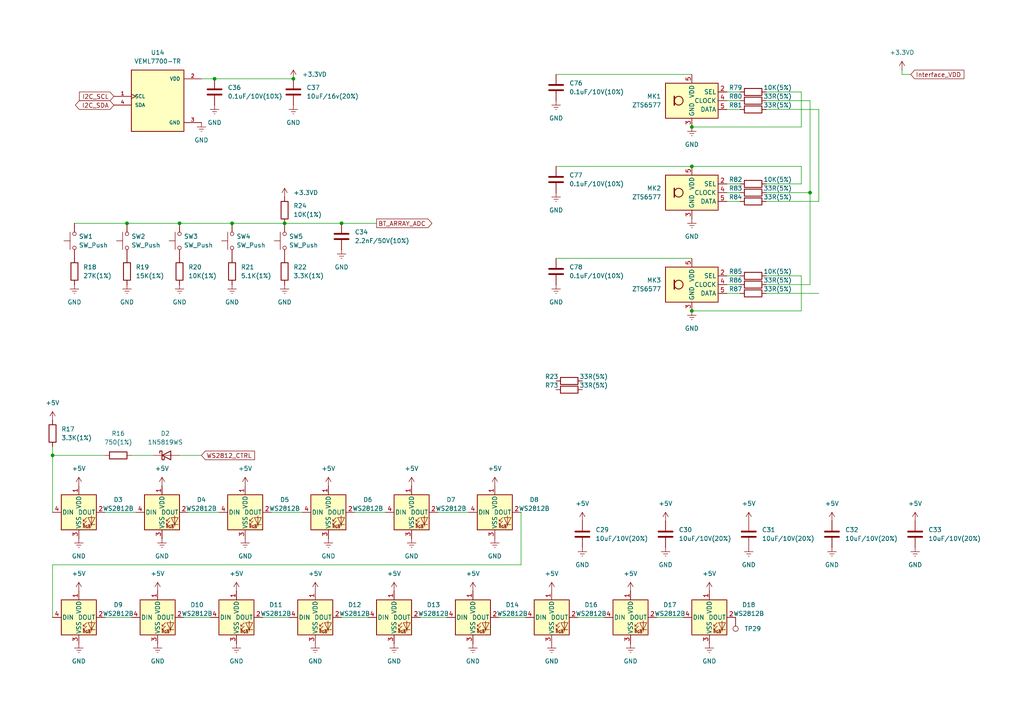
<source format=kicad_sch>
(kicad_sch (version 20231120) (generator "eeschema") (generator_version "8.0")
  (paper "A4")
  (lib_symbols
    (symbol "Connector:TestPoint" (pin_numbers hide) (pin_names (offset 0.762) hide)
      (property "Reference" "TP" (at 0 6.858 0))
      (property "Value" "TestPoint" (at 0 5.08 0))
      (symbol "TestPoint_0_1"
        (circle (center 0 3.302) (radius 0.762))
      )
      (symbol "TestPoint_1_1"
        (pin passive line (at 0 0 90) (length 2.54) (name "1") (number "1"))
      )
    )
    (symbol "Device:C" (pin_numbers hide) (pin_names (offset 0.254))
      (property "Reference" "C" (at 0.635 2.54 0))
      (property "Value" "C" (at 0.635 -2.54 0))
      (symbol "C_0_1"
        (polyline (pts (xy -2.032 -0.762) (xy 2.032 -0.762)) (stroke (width 0.508)))
        (polyline (pts (xy -2.032 0.762) (xy 2.032 0.762)) (stroke (width 0.508)))
      )
      (symbol "C_1_1"
        (pin passive line (at 0 3.81 270) (length 2.794) (name "~") (number "1"))
        (pin passive line (at 0 -3.81 90) (length 2.794) (name "~") (number "2"))
      )
    )
    (symbol "Device:R" (pin_numbers hide) (pin_names (offset 0))
      (property "Reference" "R" (at 2.032 0 90))
      (property "Value" "R" (at 0 0 90))
      (symbol "R_0_1"
        (rectangle (start -1.016 -2.54) (end 1.016 2.54) (stroke (width 0.254)))
      )
      (symbol "R_1_1"
        (pin passive line (at 0 3.81 270) (length 1.27) (name "~") (number "1"))
        (pin passive line (at 0 -3.81 90) (length 1.27) (name "~") (number "2"))
      )
    )
    (symbol "Diode:1N5819WS" (pin_numbers hide) (pin_names (offset 1.016) hide)
      (property "Reference" "D" (at 0 2.54 0))
      (property "Value" "1N5819WS" (at 0 -2.54 0))
      (symbol "1N5819WS_0_1"
        (polyline (pts (xy 1.27 0) (xy -1.27 0)))
        (polyline (pts (xy 1.27 1.27) (xy 1.27 -1.27) (xy -1.27 0) (xy 1.27 1.27)) (stroke (width 0.254)))
        (polyline (pts (xy -1.905 0.635) (xy -1.905 1.27) (xy -1.27 1.27) (xy -1.27 -1.27) (xy -0.635 -1.27) (xy -0.635 -0.635)) (stroke (width 0.254)))
      )
      (symbol "1N5819WS_1_1"
        (pin passive line (at -3.81 0 0) (length 2.54) (name "K") (number "1"))
        (pin passive line (at 3.81 0 180) (length 2.54) (name "A") (number "2"))
      )
    )
    (symbol "LED:WS2812B" (pin_names (offset 0.254))
      (property "Reference" "D" (at 5.08 5.715 0))
      (property "Value" "WS2812B" (at 1.27 -5.715 0))
      (symbol "WS2812B_0_0"
        (text "RGB" (at 2.286 -4.191 0) (effects (font (size 0.762 0.762))))
      )
      (symbol "WS2812B_0_1"
        (polyline (pts (xy 1.27 -3.556) (xy 1.778 -3.556)))
        (polyline (pts (xy 1.27 -2.54) (xy 1.778 -2.54)))
        (polyline (pts (xy 4.699 -3.556) (xy 2.667 -3.556)))
        (polyline (pts (xy 2.286 -2.54) (xy 1.27 -3.556) (xy 1.27 -3.048)))
        (polyline (pts (xy 2.286 -1.524) (xy 1.27 -2.54) (xy 1.27 -2.032)))
        (polyline (pts (xy 3.683 -1.016) (xy 3.683 -3.556) (xy 3.683 -4.064)))
        (polyline (pts (xy 4.699 -1.524) (xy 2.667 -1.524) (xy 3.683 -3.556) (xy 4.699 -1.524)))
        (rectangle (start 5.08 5.08) (end -5.08 -5.08) (stroke (width 0.254)) (fill (type background)))
      )
      (symbol "WS2812B_1_1"
        (pin power_in line (at 0 7.62 270) (length 2.54) (name "VDD") (number "1"))
        (pin output line (at 7.62 0 180) (length 2.54) (name "DOUT") (number "2"))
        (pin power_in line (at 0 -7.62 90) (length 2.54) (name "VSS") (number "3"))
        (pin input line (at -7.62 0 0) (length 2.54) (name "DIN") (number "4"))
      )
    )
    (symbol "Switch:SW_Push" (pin_numbers hide) (pin_names (offset 1.016) hide)
      (property "Reference" "SW" (at 1.27 2.54 0))
      (property "Value" "SW_Push" (at 0 -1.524 0))
      (symbol "SW_Push_0_1"
        (circle (center -2.032 0) (radius 0.508))
        (polyline (pts (xy 0 1.27) (xy 0 3.048)))
        (polyline (pts (xy 2.54 1.27) (xy -2.54 1.27)))
        (circle (center 2.032 0) (radius 0.508))
        (pin passive line (at -5.08 0 0) (length 2.54) (name "1") (number "1"))
        (pin passive line (at 5.08 0 180) (length 2.54) (name "2") (number "2"))
      )
    )
    (symbol "VEML7700-TR:VEML7700-TR" (pin_names (offset 1.016))
      (property "Reference" "U" (at -7.62 10.795 0))
      (property "Value" "VEML7700-TR" (at -7.62 -10.16 0))
      (symbol "VEML7700-TR_0_0"
        (rectangle (start -7.62 10.16) (end 7.62 -7.62) (stroke (width 0.254)) (fill (type background)))
        (pin input clock (at -12.7 2.54 0) (length 5.08) (name "SCL") (number "1"))
        (pin power_in line (at 12.7 7.62 180) (length 5.08) (name "VDD") (number "2"))
        (pin power_in line (at 12.7 -5.08 180) (length 5.08) (name "GND") (number "3"))
        (pin bidirectional line (at -12.7 0 0) (length 5.08) (name "SDA") (number "4"))
      )
    )
    (symbol "ZILLTEK ZTS6577:ZTS6577"
      (property "Reference" "MK" (at 5.08 6.35 0))
      (property "Value" "ZTS6577" (at 8.89 -6.35 0))
      (symbol "ZTS6577_1_1"
        (rectangle (start -7.62 5.08) (end 7.62 -5.08) (stroke (width 0.254)) (fill (type background)))
        (circle (center -3.81 0) (radius 1.27) (stroke (width 0.254)))
        (polyline (pts (xy -5.08 1.27) (xy -5.08 -1.27)) (stroke (width 0.381)))
        (pin input line (at 10.16 2.54 180) (length 2.54) (name "SEL") (number "2"))
        (pin power_in line (at 0 -7.62 90) (length 2.54) (name "GND") (number "3"))
        (pin input line (at 10.16 0 180) (length 2.54) (name "CLOCK") (number "4"))
        (pin output line (at 10.16 -2.54 180) (length 2.54) (name "DATA") (number "5"))
        (pin power_in line (at 0 7.62 270) (length 2.54) (name "VDD") (number "5"))
      )
    )
    (symbol "power:+3.3V" (power) (pin_numbers hide) (pin_names (offset 0) hide)
      (property "Value" "+3.3V" (at 0 3.556 0))
      (symbol "+3.3V_0_1"
        (polyline (pts (xy -0.762 1.27) (xy 0 2.54)))
        (polyline (pts (xy 0 0) (xy 0 2.54)))
        (polyline (pts (xy 0 2.54) (xy 0.762 1.27)))
      )
      (symbol "+3.3V_1_1"
        (pin power_in line (at 0 0 90) (length 0) (name "~") (number "1"))
      )
    )
    (symbol "power:+3.3VA" (power) (pin_numbers hide) (pin_names (offset 0) hide)
      (property "Value" "+3.3VA" (at 0 3.556 0))
      (symbol "+3.3VA_0_1"
        (polyline (pts (xy -0.762 1.27) (xy 0 2.54)))
        (polyline (pts (xy 0 0) (xy 0 2.54)))
        (polyline (pts (xy 0 2.54) (xy 0.762 1.27)))
      )
      (symbol "+3.3VA_1_1"
        (pin power_in line (at 0 0 90) (length 0) (name "~") (number "1"))
      )
    )
    (symbol "power:+5V" (power) (pin_numbers hide) (pin_names (offset 0) hide)
      (property "Value" "+5V" (at 0 3.556 0))
      (symbol "+5V_0_1"
        (polyline (pts (xy -0.762 1.27) (xy 0 2.54)))
        (polyline (pts (xy 0 0) (xy 0 2.54)))
        (polyline (pts (xy 0 2.54) (xy 0.762 1.27)))
      )
      (symbol "+5V_1_1"
        (pin power_in line (at 0 0 90) (length 0) (name "~") (number "1"))
      )
    )
    (symbol "power:Earth" (power) (pin_numbers hide) (pin_names (offset 0) hide)
      (property "Value" "Earth" (at 0 -3.81 0))
      (symbol "Earth_0_1"
        (polyline (pts (xy -0.635 -1.905) (xy 0.635 -1.905)))
        (polyline (pts (xy -0.127 -2.54) (xy 0.127 -2.54)))
        (polyline (pts (xy 0 -1.27) (xy 0 0)))
        (polyline (pts (xy 1.27 -1.27) (xy -1.27 -1.27)))
      )
      (symbol "Earth_1_1"
        (pin power_in line (at 0 0 270) (length 0) (name "~") (number "1"))
      )
    )
  )
  (junction (at 200.66 48.26))
  (junction (at 200.66 36.83))
  (junction (at 52.07 64.77))
  (junction (at 200.66 90.17))
  (junction (at 15.24 132.08))
  (junction (at 234.95 55.88))
  (junction (at 67.31 64.77))
  (junction (at 36.83 64.77))
  (junction (at 82.55 64.77))
  (junction (at 99.06 64.77))
  (junction (at 85.09 22.86))
  (junction (at 62.23 22.86))
  (wire (pts (xy 190.5 179.07) (xy 198.12 179.07)))
  (wire (pts (xy 232.41 80.01) (xy 232.41 90.17)))
  (wire (pts (xy 62.23 22.86) (xy 58.42 22.86)))
  (wire (pts (xy 214.63 31.75) (xy 210.82 31.75)))
  (wire (pts (xy 144.78 179.07) (xy 152.4 179.07)))
  (wire (pts (xy 36.83 64.77) (xy 52.07 64.77)))
  (wire (pts (xy 261.62 20.32) (xy 261.62 21.59)))
  (wire (pts (xy 21.59 64.77) (xy 36.83 64.77)))
  (wire (pts (xy 78.74 148.59) (xy 87.63 148.59)))
  (wire (pts (xy 214.63 29.21) (xy 210.82 29.21)))
  (wire (pts (xy 99.06 64.77) (xy 109.22 64.77)))
  (wire (pts (xy 222.25 29.21) (xy 234.95 29.21)))
  (wire (pts (xy 232.41 90.17) (xy 200.66 90.17)))
  (wire (pts (xy 161.29 21.59) (xy 200.66 21.59)))
  (wire (pts (xy 234.95 82.55) (xy 234.95 55.88)))
  (wire (pts (xy 210.82 53.34) (xy 214.63 53.34)))
  (wire (pts (xy 210.82 26.67) (xy 214.63 26.67)))
  (wire (pts (xy 15.24 132.08) (xy 30.48 132.08)))
  (wire (pts (xy 261.62 21.59) (xy 264.16 21.59)))
  (wire (pts (xy 52.07 64.77) (xy 67.31 64.77)))
  (wire (pts (xy 63.5 148.59) (xy 54.61 148.59)))
  (wire (pts (xy 222.25 58.42) (xy 237.49 58.42)))
  (wire (pts (xy 232.41 53.34) (xy 232.41 48.26)))
  (wire (pts (xy 234.95 29.21) (xy 234.95 55.88)))
  (wire (pts (xy 214.63 58.42) (xy 210.82 58.42)))
  (wire (pts (xy 38.1 179.07) (xy 30.48 179.07)))
  (wire (pts (xy 237.49 58.42) (xy 237.49 31.75)))
  (wire (pts (xy 102.87 148.59) (xy 111.76 148.59)))
  (wire (pts (xy 161.29 74.93) (xy 200.66 74.93)))
  (wire (pts (xy 222.25 26.67) (xy 232.41 26.67)))
  (wire (pts (xy 60.96 179.07) (xy 53.34 179.07)))
  (wire (pts (xy 85.09 22.86) (xy 62.23 22.86)))
  (wire (pts (xy 127 148.59) (xy 135.89 148.59)))
  (wire (pts (xy 15.24 163.83) (xy 15.24 179.07)))
  (wire (pts (xy 15.24 132.08) (xy 15.24 148.59)))
  (wire (pts (xy 167.64 179.07) (xy 175.26 179.07)))
  (wire (pts (xy 151.13 148.59) (xy 151.13 163.83)))
  (wire (pts (xy 214.63 85.09) (xy 210.82 85.09)))
  (wire (pts (xy 222.25 53.34) (xy 232.41 53.34)))
  (wire (pts (xy 15.24 129.54) (xy 15.24 132.08)))
  (wire (pts (xy 237.49 31.75) (xy 222.25 31.75)))
  (wire (pts (xy 161.29 48.26) (xy 200.66 48.26)))
  (wire (pts (xy 82.55 64.77) (xy 99.06 64.77)))
  (wire (pts (xy 76.2 179.07) (xy 83.82 179.07)))
  (wire (pts (xy 232.41 36.83) (xy 200.66 36.83)))
  (wire (pts (xy 151.13 163.83) (xy 15.24 163.83)))
  (wire (pts (xy 200.66 48.26) (xy 232.41 48.26)))
  (wire (pts (xy 52.07 132.08) (xy 58.42 132.08)))
  (wire (pts (xy 99.06 179.07) (xy 106.68 179.07)))
  (wire (pts (xy 210.82 80.01) (xy 214.63 80.01)))
  (wire (pts (xy 214.63 55.88) (xy 210.82 55.88)))
  (wire (pts (xy 234.95 55.88) (xy 222.25 55.88)))
  (wire (pts (xy 67.31 64.77) (xy 82.55 64.77)))
  (wire (pts (xy 232.41 26.67) (xy 232.41 36.83)))
  (wire (pts (xy 222.25 82.55) (xy 234.95 82.55)))
  (wire (pts (xy 39.37 148.59) (xy 30.48 148.59)))
  (wire (pts (xy 121.92 179.07) (xy 129.54 179.07)))
  (wire (pts (xy 222.25 85.09) (xy 237.49 85.09)))
  (wire (pts (xy 214.63 82.55) (xy 210.82 82.55)))
  (wire (pts (xy 38.1 132.08) (xy 44.45 132.08)))
  (wire (pts (xy 222.25 80.01) (xy 232.41 80.01)))
  (global_label "WS2812_CTRL" (shape input) (at 58.42 132.08 0) (property "Intersheetrefs" "${INTERSHEET_REFS}" (effects (hide yes))))
  (global_label "BT_ARRAY_ADC" (shape output) (at 109.22 64.77 0) (property "Intersheetrefs" "${INTERSHEET_REFS}" (effects (hide yes))))
  (global_label "I2C_SDA" (shape bidirectional) (at 33.02 30.48 180) (property "Intersheetrefs" "${INTERSHEET_REFS}" (effects (hide yes))))
  (global_label "Interface_VDD" (shape input) (at 264.16 21.59 0) (property "Intersheetrefs" "${INTERSHEET_REFS}" (effects (hide yes))))
  (global_label "I2C_SCL" (shape input) (at 33.02 27.94 180) (property "Intersheetrefs" "${INTERSHEET_REFS}" (effects (hide yes))))
  (symbol (lib_id "power:Earth") (at 193.04 158.75 0) (unit 1)
    (property "Reference" "#PWR057" (effects (hide yes)))
    (property "Value" "GND" (at 193.04 163.83 0))
    (property "Description" "Power symbol creates a global label with name \"Earth\"" (effects (hide yes)))
  )
  (symbol (lib_id "power:+5V") (at 205.74 171.45 0) (unit 1)
    (property "Reference" "#PWR0165" (effects (hide yes)))
    (property "Value" "+5V" (at 205.74 166.37 0))
    (property "Description" "Power symbol creates a global label with name \"+5V\"" (effects (hide yes)))
  )
  (symbol (lib_id "Switch:SW_Push") (at 82.55 69.85 90) (unit 1)
    (property "Reference" "SW5" (at 83.82 68.5799 90) (effects (justify right)))
    (property "Value" "SW_Push" (at 83.82 71.1199 90) (effects (justify right)))
    (property "Footprint" "Button_Switch_SMD:SW_SPST_PTS645" (effects (hide yes)))
    (property "Description" "Push button switch, generic, two pins" (effects (hide yes)))
  )
  (symbol (lib_id "power:+5V") (at 91.44 171.45 0) (unit 1)
    (property "Reference" "#PWR079" (effects (hide yes)))
    (property "Value" "+5V" (at 91.44 166.37 0))
    (property "Description" "Power symbol creates a global label with name \"+5V\"" (effects (hide yes)))
  )
  (symbol (lib_id "Device:C") (at 161.29 78.74 0) (unit 1)
    (property "Reference" "C78" (at 165.1 77.4699 0) (effects (justify left)))
    (property "Value" "0.1uF/10V(10%)" (at 165.1 80.0099 0) (effects (justify left)))
    (property "Footprint" "Capacitor_SMD:C_0402_1005Metric" (effects (hide yes)))
    (property "Description" "Unpolarized capacitor" (effects (hide yes)))
  )
  (symbol (lib_id "LED:WS2812B") (at 114.3 179.07 0) (unit 1)
    (property "Reference" "D13" (at 125.73 175.422 0))
    (property "Value" "WS2812B" (at 125.73 177.962 0))
    (property "Footprint" "LED_SMD:LED_WS2812B_PLCC4_5.0x5.0mm_P3.2mm" (effects (hide yes)))
    (property "Datasheet" "https://cdn-shop.adafruit.com/datasheets/WS2812B.pdf" (effects (hide yes)))
    (property "Description" "RGB LED with integrated controller" (effects (hide yes)))
  )
  (symbol (lib_id "LED:WS2812B") (at 143.51 148.59 0) (unit 1)
    (property "Reference" "D8" (at 154.94 144.942 0))
    (property "Value" "WS2812B" (at 154.94 147.482 0))
    (property "Footprint" "LED_SMD:LED_WS2812B_PLCC4_5.0x5.0mm_P3.2mm" (effects (hide yes)))
    (property "Datasheet" "https://cdn-shop.adafruit.com/datasheets/WS2812B.pdf" (effects (hide yes)))
    (property "Description" "RGB LED with integrated controller" (effects (hide yes)))
  )
  (symbol (lib_id "power:Earth") (at 241.3 158.75 0) (unit 1)
    (property "Reference" "#PWR063" (effects (hide yes)))
    (property "Value" "GND" (at 241.3 163.83 0))
    (property "Description" "Power symbol creates a global label with name \"Earth\"" (effects (hide yes)))
  )
  (symbol (lib_id "LED:WS2812B") (at 22.86 179.07 0) (unit 1)
    (property "Reference" "D9" (at 34.29 175.422 0))
    (property "Value" "WS2812B" (at 34.29 177.962 0))
    (property "Footprint" "LED_SMD:LED_WS2812B_PLCC4_5.0x5.0mm_P3.2mm" (effects (hide yes)))
    (property "Datasheet" "https://cdn-shop.adafruit.com/datasheets/WS2812B.pdf" (effects (hide yes)))
    (property "Description" "RGB LED with integrated controller" (effects (hide yes)))
  )
  (symbol (lib_id "Device:C") (at 161.29 25.4 0) (unit 1)
    (property "Reference" "C76" (at 165.1 24.1299 0) (effects (justify left)))
    (property "Value" "0.1uF/10V(10%)" (at 165.1 26.6699 0) (effects (justify left)))
    (property "Footprint" "Capacitor_SMD:C_0402_1005Metric" (effects (hide yes)))
    (property "Description" "Unpolarized capacitor" (effects (hide yes)))
  )
  (symbol (lib_id "power:Earth") (at 58.42 35.56 0) (unit 1)
    (property "Reference" "#PWR094" (effects (hide yes)))
    (property "Value" "GND" (at 58.42 40.64 0))
    (property "Description" "Power symbol creates a global label with name \"Earth\"" (effects (hide yes)))
  )
  (symbol (lib_id "Device:C") (at 193.04 154.94 0) (unit 1)
    (property "Reference" "C30" (at 196.85 153.6699 0) (effects (justify left)))
    (property "Value" "10uF/10V(20%)" (at 196.85 156.2099 0) (effects (justify left)))
    (property "Footprint" "Capacitor_SMD:C_0402_1005Metric" (effects (hide yes)))
    (property "Description" "Unpolarized capacitor" (effects (hide yes)))
  )
  (symbol (lib_id "power:Earth") (at 200.66 90.17 0) (unit 1)
    (property "Reference" "#PWR0176" (effects (hide yes)))
    (property "Value" "GND" (at 200.66 95.25 0))
    (property "Description" "Power symbol creates a global label with name \"Earth\"" (effects (hide yes)))
  )
  (symbol (lib_id "Device:C") (at 99.06 68.58 0) (unit 1)
    (property "Reference" "C34" (at 102.87 67.3099 0) (effects (justify left)))
    (property "Value" "2.2nF/50V(10%)" (at 102.87 69.8499 0) (effects (justify left)))
    (property "Footprint" "Capacitor_SMD:C_0402_1005Metric" (effects (hide yes)))
    (property "Description" "Unpolarized capacitor" (effects (hide yes)))
  )
  (symbol (lib_id "power:Earth") (at 22.86 156.21 0) (unit 1)
    (property "Reference" "#PWR053" (effects (hide yes)))
    (property "Value" "GND" (at 22.86 161.29 0))
    (property "Description" "Power symbol creates a global label with name \"Earth\"" (effects (hide yes)))
  )
  (symbol (lib_id "Device:R") (at 218.44 85.09 90) (unit 1)
    (property "Reference" "R87" (at 213.36 83.82 90))
    (property "Value" "33R(5%)" (at 225.552 83.82 90))
    (property "Footprint" "Resistor_SMD:R_0402_1005Metric" (effects (hide yes)))
    (property "Description" "Resistor" (effects (hide yes)))
  )
  (symbol (lib_id "power:+3.3VA") (at 261.62 20.32 0) (unit 1)
    (property "Reference" "#PWR0159" (effects (hide yes)))
    (property "Value" "+3.3VD" (at 261.62 15.24 0))
    (property "Description" "Power symbol creates a global label with name \"+3.3VA\"" (effects (hide yes)))
  )
  (symbol (lib_id "Device:R") (at 218.44 55.88 90) (unit 1)
    (property "Reference" "R83" (at 213.36 54.61 90))
    (property "Value" "33R(5%)" (at 225.552 54.61 90))
    (property "Footprint" "Resistor_SMD:R_0402_1005Metric" (effects (hide yes)))
    (property "Description" "Resistor" (effects (hide yes)))
  )
  (symbol (lib_id "Device:R") (at 218.44 26.67 90) (unit 1)
    (property "Reference" "R79" (at 213.36 25.4 90))
    (property "Value" "10K(5%)" (at 225.552 25.4 90))
    (property "Footprint" "Resistor_SMD:R_0402_1005Metric" (effects (hide yes)))
    (property "Description" "Resistor" (effects (hide yes)))
  )
  (symbol (lib_id "Device:R") (at 82.55 60.96 180) (unit 1)
    (property "Reference" "R24" (at 85.09 59.6899 0) (effects (justify right)))
    (property "Value" "10K(1%)" (at 85.09 62.2299 0) (effects (justify right)))
    (property "Footprint" "Resistor_SMD:R_0402_1005Metric" (effects (hide yes)))
    (property "Description" "Resistor" (effects (hide yes)))
  )
  (symbol (lib_id "Device:R") (at 218.44 53.34 90) (unit 1)
    (property "Reference" "R82" (at 213.36 52.07 90))
    (property "Value" "10K(5%)" (at 225.552 52.07 90))
    (property "Footprint" "Resistor_SMD:R_0402_1005Metric" (effects (hide yes)))
    (property "Description" "Resistor" (effects (hide yes)))
  )
  (symbol (lib_id "LED:WS2812B") (at 160.02 179.07 0) (unit 1)
    (property "Reference" "D16" (at 171.45 175.422 0))
    (property "Value" "WS2812B" (at 171.45 177.962 0))
    (property "Footprint" "LED_SMD:LED_WS2812B_PLCC4_5.0x5.0mm_P3.2mm" (effects (hide yes)))
    (property "Datasheet" "https://cdn-shop.adafruit.com/datasheets/WS2812B.pdf" (effects (hide yes)))
    (property "Description" "RGB LED with integrated controller" (effects (hide yes)))
  )
  (symbol (lib_id "power:+3.3V") (at 82.55 57.15 0) (unit 1)
    (property "Reference" "#PWR087" (effects (hide yes)))
    (property "Value" "+3.3VD" (at 85.09 55.8799 0) (effects (justify left)))
    (property "Description" "Power symbol creates a global label with name \"+3.3V\"" (effects (hide yes)))
  )
  (symbol (lib_id "power:Earth") (at 161.29 82.55 0) (unit 1)
    (property "Reference" "#PWR0175" (effects (hide yes)))
    (property "Value" "GND" (at 161.29 87.63 0))
    (property "Description" "Power symbol creates a global label with name \"Earth\"" (effects (hide yes)))
  )
  (symbol (lib_id "power:Earth") (at 217.17 158.75 0) (unit 1)
    (property "Reference" "#PWR060" (effects (hide yes)))
    (property "Value" "GND" (at 217.17 163.83 0))
    (property "Description" "Power symbol creates a global label with name \"Earth\"" (effects (hide yes)))
  )
  (symbol (lib_id "power:Earth") (at 68.58 186.69 0) (unit 1)
    (property "Reference" "#PWR077" (effects (hide yes)))
    (property "Value" "GND" (at 68.58 191.77 0))
    (property "Description" "Power symbol creates a global label with name \"Earth\"" (effects (hide yes)))
  )
  (symbol (lib_id "Device:R") (at 21.59 78.74 180) (unit 1)
    (property "Reference" "R18" (at 24.13 77.4699 0) (effects (justify right)))
    (property "Value" "27K(1%)" (at 24.13 80.0099 0) (effects (justify right)))
    (property "Footprint" "Resistor_SMD:R_0402_1005Metric" (effects (hide yes)))
    (property "Description" "Resistor" (effects (hide yes)))
  )
  (symbol (lib_id "power:+5V") (at 143.51 140.97 0) (unit 1)
    (property "Reference" "#PWR067" (effects (hide yes)))
    (property "Value" "+5V" (at 143.51 135.89 0))
    (property "Description" "Power symbol creates a global label with name \"+5V\"" (effects (hide yes)))
  )
  (symbol (lib_id "LED:WS2812B") (at 205.74 179.07 0) (unit 1)
    (property "Reference" "D18" (at 217.17 175.422 0))
    (property "Value" "WS2812B" (at 217.17 177.962 0))
    (property "Footprint" "LED_SMD:LED_WS2812B_PLCC4_5.0x5.0mm_P3.2mm" (effects (hide yes)))
    (property "Datasheet" "https://cdn-shop.adafruit.com/datasheets/WS2812B.pdf" (effects (hide yes)))
    (property "Description" "RGB LED with integrated controller" (effects (hide yes)))
  )
  (symbol (lib_id "power:+5V") (at 15.24 121.92 0) (unit 1)
    (property "Reference" "#PWR051" (effects (hide yes)))
    (property "Value" "+5V" (at 15.24 116.84 0))
    (property "Description" "Power symbol creates a global label with name \"+5V\"" (effects (hide yes)))
  )
  (symbol (lib_id "Device:R") (at 218.44 58.42 90) (unit 1)
    (property "Reference" "R84" (at 213.36 57.15 90))
    (property "Value" "33R(5%)" (at 225.552 57.15 90))
    (property "Footprint" "Resistor_SMD:R_0402_1005Metric" (effects (hide yes)))
    (property "Description" "Resistor" (effects (hide yes)))
  )
  (symbol (lib_id "power:Earth") (at 200.66 63.5 0) (unit 1)
    (property "Reference" "#PWR0174" (effects (hide yes)))
    (property "Value" "GND" (at 200.66 68.58 0))
    (property "Description" "Power symbol creates a global label with name \"Earth\"" (effects (hide yes)))
  )
  (symbol (lib_id "Device:R") (at 82.55 78.74 180) (unit 1)
    (property "Reference" "R22" (at 85.09 77.4699 0) (effects (justify right)))
    (property "Value" "3.3K(1%)" (at 85.09 80.0099 0) (effects (justify right)))
    (property "Footprint" "Resistor_SMD:R_0402_1005Metric" (effects (hide yes)))
    (property "Description" "Resistor" (effects (hide yes)))
  )
  (symbol (lib_id "power:Earth") (at 71.12 156.21 0) (unit 1)
    (property "Reference" "#PWR059" (effects (hide yes)))
    (property "Value" "GND" (at 71.12 161.29 0))
    (property "Description" "Power symbol creates a global label with name \"Earth\"" (effects (hide yes)))
  )
  (symbol (lib_id "power:Earth") (at 137.16 186.69 0) (unit 1)
    (property "Reference" "#PWR086" (effects (hide yes)))
    (property "Value" "GND" (at 137.16 191.77 0))
    (property "Description" "Power symbol creates a global label with name \"Earth\"" (effects (hide yes)))
  )
  (symbol (lib_id "power:+5V") (at 71.12 140.97 0) (unit 1)
    (property "Reference" "#PWR058" (effects (hide yes)))
    (property "Value" "+5V" (at 71.12 135.89 0))
    (property "Description" "Power symbol creates a global label with name \"+5V\"" (effects (hide yes)))
  )
  (symbol (lib_id "power:Earth") (at 205.74 186.69 0) (unit 1)
    (property "Reference" "#PWR0166" (effects (hide yes)))
    (property "Value" "GND" (at 205.74 191.77 0))
    (property "Description" "Power symbol creates a global label with name \"Earth\"" (effects (hide yes)))
  )
  (symbol (lib_id "ZILLTEK ZTS6577:ZTS6577") (at 200.66 29.21 0) (unit 1)
    (property "Reference" "MK1" (at 191.77 27.9399 0) (effects (justify right)))
    (property "Value" "ZTS6577" (at 191.77 30.4799 0) (effects (justify right)))
    (property "Footprint" "Knowles_LGA-5_3.5x2.65mm:Knowles_LGA-5_3.5x2.65mm" (effects (hide yes)))
    (property "Datasheet" "https://xonstorage.blob.core.windows.net/pdf/zilltek_zts6577_apr22_xonlink.pdf" (effects (hide yes)))
    (property "Description" "Digital MEMS Microphone, LGA-5" (effects (hide yes)))
  )
  (symbol (lib_id "Diode:1N5819WS") (at 48.26 132.08 0) (unit 1)
    (property "Reference" "D2" (at 47.9425 125.73 0))
    (property "Value" "1N5819WS" (at 47.9425 128.27 0))
    (property "Footprint" "Diode_SMD:D_SOD-323" (effects (hide yes)))
    (property "Datasheet" "https://datasheet.lcsc.com/lcsc/2204281430_Guangdong-Hottech-1N5819WS_C191023.pdf" (effects (hide yes)))
    (property "Description" "40V 600mV@1A 1A SOD-323 Schottky Barrier Diodes, SOD-323" (effects (hide yes)))
  )
  (symbol (lib_id "power:+5V") (at 265.43 151.13 0) (unit 1)
    (property "Reference" "#PWR081" (effects (hide yes)))
    (property "Value" "+5V" (at 265.43 146.05 0))
    (property "Description" "Power symbol creates a global label with name \"+5V\"" (effects (hide yes)))
  )
  (symbol (lib_id "Device:C") (at 241.3 154.94 0) (unit 1)
    (property "Reference" "C32" (at 245.11 153.6699 0) (effects (justify left)))
    (property "Value" "10uF/10V(20%)" (at 245.11 156.2099 0) (effects (justify left)))
    (property "Footprint" "Capacitor_SMD:C_0402_1005Metric" (effects (hide yes)))
    (property "Description" "Unpolarized capacitor" (effects (hide yes)))
  )
  (symbol (lib_id "Device:R") (at 67.31 78.74 180) (unit 1)
    (property "Reference" "R21" (at 69.85 77.4699 0) (effects (justify right)))
    (property "Value" "5.1K(1%)" (at 69.85 80.0099 0) (effects (justify right)))
    (property "Footprint" "Resistor_SMD:R_0402_1005Metric" (effects (hide yes)))
    (property "Description" "Resistor" (effects (hide yes)))
  )
  (symbol (lib_id "LED:WS2812B") (at 91.44 179.07 0) (unit 1)
    (property "Reference" "D12" (at 102.87 175.422 0))
    (property "Value" "WS2812B" (at 102.87 177.962 0))
    (property "Footprint" "LED_SMD:LED_WS2812B_PLCC4_5.0x5.0mm_P3.2mm" (effects (hide yes)))
    (property "Datasheet" "https://cdn-shop.adafruit.com/datasheets/WS2812B.pdf" (effects (hide yes)))
    (property "Description" "RGB LED with integrated controller" (effects (hide yes)))
  )
  (symbol (lib_id "Switch:SW_Push") (at 67.31 69.85 90) (unit 1)
    (property "Reference" "SW4" (at 68.58 68.5799 90) (effects (justify right)))
    (property "Value" "SW_Push" (at 68.58 71.1199 90) (effects (justify right)))
    (property "Footprint" "Button_Switch_SMD:SW_SPST_PTS645" (effects (hide yes)))
    (property "Description" "Push button switch, generic, two pins" (effects (hide yes)))
  )
  (symbol (lib_id "Device:C") (at 217.17 154.94 0) (unit 1)
    (property "Reference" "C31" (at 220.98 153.6699 0) (effects (justify left)))
    (property "Value" "10uF/10V(20%)" (at 220.98 156.2099 0) (effects (justify left)))
    (property "Footprint" "Capacitor_SMD:C_0402_1005Metric" (effects (hide yes)))
    (property "Description" "Unpolarized capacitor" (effects (hide yes)))
  )
  (symbol (lib_id "power:+5V") (at 193.04 151.13 0) (unit 1)
    (property "Reference" "#PWR072" (effects (hide yes)))
    (property "Value" "+5V" (at 193.04 146.05 0))
    (property "Description" "Power symbol creates a global label with name \"+5V\"" (effects (hide yes)))
  )
  (symbol (lib_id "power:Earth") (at 119.38 156.21 0) (unit 1)
    (property "Reference" "#PWR065" (effects (hide yes)))
    (property "Value" "GND" (at 119.38 161.29 0))
    (property "Description" "Power symbol creates a global label with name \"Earth\"" (effects (hide yes)))
  )
  (symbol (lib_id "Device:R") (at 218.44 80.01 90) (unit 1)
    (property "Reference" "R85" (at 213.36 78.74 90))
    (property "Value" "10K(5%)" (at 225.552 78.74 90))
    (property "Footprint" "Resistor_SMD:R_0402_1005Metric" (effects (hide yes)))
    (property "Description" "Resistor" (effects (hide yes)))
  )
  (symbol (lib_id "LED:WS2812B") (at 182.88 179.07 0) (unit 1)
    (property "Reference" "D17" (at 194.31 175.422 0))
    (property "Value" "WS2812B" (at 194.31 177.962 0))
    (property "Footprint" "LED_SMD:LED_WS2812B_PLCC4_5.0x5.0mm_P3.2mm" (effects (hide yes)))
    (property "Datasheet" "https://cdn-shop.adafruit.com/datasheets/WS2812B.pdf" (effects (hide yes)))
    (property "Description" "RGB LED with integrated controller" (effects (hide yes)))
  )
  (symbol (lib_id "Device:R") (at 34.29 132.08 90) (unit 1)
    (property "Reference" "R16" (at 34.29 125.73 90))
    (property "Value" "750(1%)" (at 34.29 128.27 90))
    (property "Footprint" "Resistor_SMD:R_0402_1005Metric" (effects (hide yes)))
    (property "Description" "Resistor" (effects (hide yes)))
  )
  (symbol (lib_id "power:Earth") (at 168.91 158.75 0) (unit 1)
    (property "Reference" "#PWR054" (effects (hide yes)))
    (property "Value" "GND" (at 168.91 163.83 0))
    (property "Description" "Power symbol creates a global label with name \"Earth\"" (effects (hide yes)))
  )
  (symbol (lib_id "power:Earth") (at 265.43 158.75 0) (unit 1)
    (property "Reference" "#PWR066" (effects (hide yes)))
    (property "Value" "GND" (at 265.43 163.83 0))
    (property "Description" "Power symbol creates a global label with name \"Earth\"" (effects (hide yes)))
  )
  (symbol (lib_id "Device:R") (at 165.1 110.49 90) (unit 1)
    (property "Reference" "R23" (at 160.02 109.22 90))
    (property "Value" "33R(5%)" (at 172.212 109.22 90))
    (property "Footprint" "Resistor_SMD:R_0402_1005Metric" (effects (hide yes)))
    (property "Description" "Resistor" (effects (hide yes)))
  )
  (symbol (lib_name "ZILLTEK ZTS6577:ZTS6577") (lib_id "ZILLTEK ZTS6577:ZTS6577") (at 200.66 82.55 0) (unit 1)
    (property "Reference" "MK3" (at 191.77 81.2799 0) (effects (justify right)))
    (property "Value" "ZTS6577" (at 191.77 83.8199 0) (effects (justify right)))
    (property "Footprint" "Knowles_LGA-5_3.5x2.65mm:Knowles_LGA-5_3.5x2.65mm" (effects (hide yes)))
    (property "Datasheet" "https://xonstorage.blob.core.windows.net/pdf/zilltek_zts6577_apr22_xonlink.pdf" (effects (hide yes)))
    (property "Description" "Digital MEMS Microphone, LGA-5" (effects (hide yes)))
  )
  (symbol (lib_id "power:+5V") (at 241.3 151.13 0) (unit 1)
    (property "Reference" "#PWR078" (effects (hide yes)))
    (property "Value" "+5V" (at 241.3 146.05 0))
    (property "Description" "Power symbol creates a global label with name \"+5V\"" (effects (hide yes)))
  )
  (symbol (lib_id "Switch:SW_Push") (at 36.83 69.85 90) (unit 1)
    (property "Reference" "SW2" (at 38.1 68.5799 90) (effects (justify right)))
    (property "Value" "SW_Push" (at 38.1 71.1199 90) (effects (justify right)))
    (property "Footprint" "Button_Switch_SMD:SW_SPST_PTS645" (effects (hide yes)))
    (property "Description" "Push button switch, generic, two pins" (effects (hide yes)))
  )
  (symbol (lib_id "power:Earth") (at 62.23 30.48 0) (unit 1)
    (property "Reference" "#PWR099" (effects (hide yes)))
    (property "Value" "GND" (at 62.23 35.56 0))
    (property "Description" "Power symbol creates a global label with name \"Earth\"" (effects (hide yes)))
  )
  (symbol (lib_id "power:Earth") (at 143.51 156.21 0) (unit 1)
    (property "Reference" "#PWR068" (effects (hide yes)))
    (property "Value" "GND" (at 143.51 161.29 0))
    (property "Description" "Power symbol creates a global label with name \"Earth\"" (effects (hide yes)))
  )
  (symbol (lib_id "power:Earth") (at 161.29 29.21 0) (unit 1)
    (property "Reference" "#PWR0172" (effects (hide yes)))
    (property "Value" "GND" (at 161.29 34.29 0))
    (property "Description" "Power symbol creates a global label with name \"Earth\"" (effects (hide yes)))
  )
  (symbol (lib_id "power:Earth") (at 36.83 82.55 0) (unit 1)
    (property "Reference" "#PWR089" (effects (hide yes)))
    (property "Value" "GND" (at 36.83 87.63 0))
    (property "Description" "Power symbol creates a global label with name \"Earth\"" (effects (hide yes)))
  )
  (symbol (lib_id "Device:R") (at 15.24 125.73 180) (unit 1)
    (property "Reference" "R17" (at 17.78 124.4599 0) (effects (justify right)))
    (property "Value" "3.3K(1%)" (at 17.78 126.9999 0) (effects (justify right)))
    (property "Footprint" "Resistor_SMD:R_0402_1005Metric" (effects (hide yes)))
    (property "Description" "Resistor" (effects (hide yes)))
  )
  (symbol (lib_id "power:Earth") (at 114.3 186.69 0) (unit 1)
    (property "Reference" "#PWR083" (effects (hide yes)))
    (property "Value" "GND" (at 114.3 191.77 0))
    (property "Description" "Power symbol creates a global label with name \"Earth\"" (effects (hide yes)))
  )
  (symbol (lib_id "power:+5V") (at 137.16 171.45 0) (unit 1)
    (property "Reference" "#PWR085" (effects (hide yes)))
    (property "Value" "+5V" (at 137.16 166.37 0))
    (property "Description" "Power symbol creates a global label with name \"+5V\"" (effects (hide yes)))
  )
  (symbol (lib_id "power:+5V") (at 182.88 171.45 0) (unit 1)
    (property "Reference" "#PWR0163" (effects (hide yes)))
    (property "Value" "+5V" (at 182.88 166.37 0))
    (property "Description" "Power symbol creates a global label with name \"+5V\"" (effects (hide yes)))
  )
  (symbol (lib_id "LED:WS2812B") (at 119.38 148.59 0) (unit 1)
    (property "Reference" "D7" (at 130.81 144.942 0))
    (property "Value" "WS2812B" (at 130.81 147.482 0))
    (property "Footprint" "LED_SMD:LED_WS2812B_PLCC4_5.0x5.0mm_P3.2mm" (effects (hide yes)))
    (property "Datasheet" "https://cdn-shop.adafruit.com/datasheets/WS2812B.pdf" (effects (hide yes)))
    (property "Description" "RGB LED with integrated controller" (effects (hide yes)))
  )
  (symbol (lib_id "power:Earth") (at 22.86 186.69 0) (unit 1)
    (property "Reference" "#PWR071" (effects (hide yes)))
    (property "Value" "GND" (at 22.86 191.77 0))
    (property "Description" "Power symbol creates a global label with name \"Earth\"" (effects (hide yes)))
  )
  (symbol (lib_id "power:+3.3V") (at 85.09 22.86 0) (unit 1)
    (property "Reference" "#PWR095" (effects (hide yes)))
    (property "Value" "+3.3VD" (at 87.63 21.5899 0) (effects (justify left)))
    (property "Description" "Power symbol creates a global label with name \"+3.3V\"" (effects (hide yes)))
  )
  (symbol (lib_id "LED:WS2812B") (at 68.58 179.07 0) (unit 1)
    (property "Reference" "D11" (at 80.01 175.422 0))
    (property "Value" "WS2812B" (at 80.01 177.962 0))
    (property "Footprint" "LED_SMD:LED_WS2812B_PLCC4_5.0x5.0mm_P3.2mm" (effects (hide yes)))
    (property "Datasheet" "https://cdn-shop.adafruit.com/datasheets/WS2812B.pdf" (effects (hide yes)))
    (property "Description" "RGB LED with integrated controller" (effects (hide yes)))
  )
  (symbol (lib_id "power:+5V") (at 46.99 140.97 0) (unit 1)
    (property "Reference" "#PWR055" (effects (hide yes)))
    (property "Value" "+5V" (at 46.99 135.89 0))
    (property "Description" "Power symbol creates a global label with name \"+5V\"" (effects (hide yes)))
  )
  (symbol (lib_id "Switch:SW_Push") (at 52.07 69.85 90) (unit 1)
    (property "Reference" "SW3" (at 53.34 68.5799 90) (effects (justify right)))
    (property "Value" "SW_Push" (at 53.34 71.1199 90) (effects (justify right)))
    (property "Footprint" "Button_Switch_SMD:SW_SPST_PTS645" (effects (hide yes)))
    (property "Description" "Push button switch, generic, two pins" (effects (hide yes)))
  )
  (symbol (lib_id "power:+5V") (at 22.86 140.97 0) (unit 1)
    (property "Reference" "#PWR052" (effects (hide yes)))
    (property "Value" "+5V" (at 22.86 135.89 0))
    (property "Description" "Power symbol creates a global label with name \"+5V\"" (effects (hide yes)))
  )
  (symbol (lib_id "Device:C") (at 85.09 26.67 0) (unit 1)
    (property "Reference" "C37" (at 88.9 25.3999 0) (effects (justify left)))
    (property "Value" "10uF/16v(20%)" (at 88.9 27.9399 0) (effects (justify left)))
    (property "Footprint" "Capacitor_SMD:C_0402_1005Metric" (effects (hide yes)))
    (property "Description" "Unpolarized capacitor" (effects (hide yes)))
  )
  (symbol (lib_id "power:+5V") (at 95.25 140.97 0) (unit 1)
    (property "Reference" "#PWR061" (effects (hide yes)))
    (property "Value" "+5V" (at 95.25 135.89 0))
    (property "Description" "Power symbol creates a global label with name \"+5V\"" (effects (hide yes)))
  )
  (symbol (lib_id "LED:WS2812B") (at 45.72 179.07 0) (unit 1)
    (property "Reference" "D10" (at 57.15 175.422 0))
    (property "Value" "WS2812B" (at 57.15 177.962 0))
    (property "Footprint" "LED_SMD:LED_WS2812B_PLCC4_5.0x5.0mm_P3.2mm" (effects (hide yes)))
    (property "Datasheet" "https://cdn-shop.adafruit.com/datasheets/WS2812B.pdf" (effects (hide yes)))
    (property "Description" "RGB LED with integrated controller" (effects (hide yes)))
  )
  (symbol (lib_id "power:+5V") (at 68.58 171.45 0) (unit 1)
    (property "Reference" "#PWR076" (effects (hide yes)))
    (property "Value" "+5V" (at 68.58 166.37 0))
    (property "Description" "Power symbol creates a global label with name \"+5V\"" (effects (hide yes)))
  )
  (symbol (lib_id "LED:WS2812B") (at 46.99 148.59 0) (unit 1)
    (property "Reference" "D4" (at 58.42 144.942 0))
    (property "Value" "WS2812B" (at 58.42 147.482 0))
    (property "Footprint" "LED_SMD:LED_WS2812B_PLCC4_5.0x5.0mm_P3.2mm" (effects (hide yes)))
    (property "Datasheet" "https://cdn-shop.adafruit.com/datasheets/WS2812B.pdf" (effects (hide yes)))
    (property "Description" "RGB LED with integrated controller" (effects (hide yes)))
  )
  (symbol (lib_id "power:Earth") (at 91.44 186.69 0) (unit 1)
    (property "Reference" "#PWR080" (effects (hide yes)))
    (property "Value" "GND" (at 91.44 191.77 0))
    (property "Description" "Power symbol creates a global label with name \"Earth\"" (effects (hide yes)))
  )
  (symbol (lib_id "power:Earth") (at 67.31 82.55 0) (unit 1)
    (property "Reference" "#PWR091" (effects (hide yes)))
    (property "Value" "GND" (at 67.31 87.63 0))
    (property "Description" "Power symbol creates a global label with name \"Earth\"" (effects (hide yes)))
  )
  (symbol (lib_id "power:+5V") (at 217.17 151.13 0) (unit 1)
    (property "Reference" "#PWR075" (effects (hide yes)))
    (property "Value" "+5V" (at 217.17 146.05 0))
    (property "Description" "Power symbol creates a global label with name \"+5V\"" (effects (hide yes)))
  )
  (symbol (lib_id "power:Earth") (at 182.88 186.69 0) (unit 1)
    (property "Reference" "#PWR0164" (effects (hide yes)))
    (property "Value" "GND" (at 182.88 191.77 0))
    (property "Description" "Power symbol creates a global label with name \"Earth\"" (effects (hide yes)))
  )
  (symbol (lib_id "power:+5V") (at 168.91 151.13 0) (unit 1)
    (property "Reference" "#PWR069" (effects (hide yes)))
    (property "Value" "+5V" (at 168.91 146.05 0))
    (property "Description" "Power symbol creates a global label with name \"+5V\"" (effects (hide yes)))
  )
  (symbol (lib_id "power:Earth") (at 52.07 82.55 0) (unit 1)
    (property "Reference" "#PWR090" (effects (hide yes)))
    (property "Value" "GND" (at 52.07 87.63 0))
    (property "Description" "Power symbol creates a global label with name \"Earth\"" (effects (hide yes)))
  )
  (symbol (lib_id "Device:R") (at 218.44 31.75 90) (unit 1)
    (property "Reference" "R81" (at 213.36 30.48 90))
    (property "Value" "33R(5%)" (at 225.552 30.48 90))
    (property "Footprint" "Resistor_SMD:R_0402_1005Metric" (effects (hide yes)))
    (property "Description" "Resistor" (effects (hide yes)))
  )
  (symbol (lib_id "Device:R") (at 36.83 78.74 180) (unit 1)
    (property "Reference" "R19" (at 39.37 77.4699 0) (effects (justify right)))
    (property "Value" "15K(1%)" (at 39.37 80.0099 0) (effects (justify right)))
    (property "Footprint" "Resistor_SMD:R_0402_1005Metric" (effects (hide yes)))
    (property "Description" "Resistor" (effects (hide yes)))
  )
  (symbol (lib_id "power:+5V") (at 22.86 171.45 0) (unit 1)
    (property "Reference" "#PWR070" (effects (hide yes)))
    (property "Value" "+5V" (at 22.86 166.37 0))
    (property "Description" "Power symbol creates a global label with name \"+5V\"" (effects (hide yes)))
  )
  (symbol (lib_id "power:Earth") (at 200.66 36.83 0) (unit 1)
    (property "Reference" "#PWR0171" (effects (hide yes)))
    (property "Value" "GND" (at 200.66 41.91 0))
    (property "Description" "Power symbol creates a global label with name \"Earth\"" (effects (hide yes)))
  )
  (symbol (lib_id "power:Earth") (at 82.55 82.55 0) (unit 1)
    (property "Reference" "#PWR092" (effects (hide yes)))
    (property "Value" "GND" (at 82.55 87.63 0))
    (property "Description" "Power symbol creates a global label with name \"Earth\"" (effects (hide yes)))
  )
  (symbol (lib_id "Device:C") (at 62.23 26.67 0) (unit 1)
    (property "Reference" "C36" (at 66.04 25.3999 0) (effects (justify left)))
    (property "Value" "0.1uF/10V(10%)" (at 66.04 27.9399 0) (effects (justify left)))
    (property "Footprint" "Capacitor_SMD:C_0402_1005Metric" (effects (hide yes)))
    (property "Description" "Unpolarized capacitor" (effects (hide yes)))
  )
  (symbol (lib_id "Device:C") (at 265.43 154.94 0) (unit 1)
    (property "Reference" "C33" (at 269.24 153.6699 0) (effects (justify left)))
    (property "Value" "10uF/10V(20%)" (at 269.24 156.2099 0) (effects (justify left)))
    (property "Footprint" "Capacitor_SMD:C_0402_1005Metric" (effects (hide yes)))
    (property "Description" "Unpolarized capacitor" (effects (hide yes)))
  )
  (symbol (lib_id "LED:WS2812B") (at 137.16 179.07 0) (unit 1)
    (property "Reference" "D14" (at 148.59 175.422 0))
    (property "Value" "WS2812B" (at 148.59 177.962 0))
    (property "Footprint" "LED_SMD:LED_WS2812B_PLCC4_5.0x5.0mm_P3.2mm" (effects (hide yes)))
    (property "Datasheet" "https://cdn-shop.adafruit.com/datasheets/WS2812B.pdf" (effects (hide yes)))
    (property "Description" "RGB LED with integrated controller" (effects (hide yes)))
  )
  (symbol (lib_id "power:+5V") (at 45.72 171.45 0) (unit 1)
    (property "Reference" "#PWR073" (effects (hide yes)))
    (property "Value" "+5V" (at 45.72 166.37 0))
    (property "Description" "Power symbol creates a global label with name \"+5V\"" (effects (hide yes)))
  )
  (symbol (lib_id "power:+5V") (at 114.3 171.45 0) (unit 1)
    (property "Reference" "#PWR082" (effects (hide yes)))
    (property "Value" "+5V" (at 114.3 166.37 0))
    (property "Description" "Power symbol creates a global label with name \"+5V\"" (effects (hide yes)))
  )
  (symbol (lib_id "Device:R") (at 218.44 82.55 90) (unit 1)
    (property "Reference" "R86" (at 213.36 81.28 90))
    (property "Value" "33R(5%)" (at 225.552 81.28 90))
    (property "Footprint" "Resistor_SMD:R_0402_1005Metric" (effects (hide yes)))
    (property "Description" "Resistor" (effects (hide yes)))
  )
  (symbol (lib_id "power:+5V") (at 160.02 171.45 0) (unit 1)
    (property "Reference" "#PWR0160" (effects (hide yes)))
    (property "Value" "+5V" (at 160.02 166.37 0))
    (property "Description" "Power symbol creates a global label with name \"+5V\"" (effects (hide yes)))
  )
  (symbol (lib_id "power:+5V") (at 119.38 140.97 0) (unit 1)
    (property "Reference" "#PWR064" (effects (hide yes)))
    (property "Value" "+5V" (at 119.38 135.89 0))
    (property "Description" "Power symbol creates a global label with name \"+5V\"" (effects (hide yes)))
  )
  (symbol (lib_id "LED:WS2812B") (at 71.12 148.59 0) (unit 1)
    (property "Reference" "D5" (at 82.55 144.942 0))
    (property "Value" "WS2812B" (at 82.55 147.482 0))
    (property "Footprint" "LED_SMD:LED_WS2812B_PLCC4_5.0x5.0mm_P3.2mm" (effects (hide yes)))
    (property "Datasheet" "https://cdn-shop.adafruit.com/datasheets/WS2812B.pdf" (effects (hide yes)))
    (property "Description" "RGB LED with integrated controller" (effects (hide yes)))
  )
  (symbol (lib_id "power:Earth") (at 45.72 186.69 0) (unit 1)
    (property "Reference" "#PWR074" (effects (hide yes)))
    (property "Value" "GND" (at 45.72 191.77 0))
    (property "Description" "Power symbol creates a global label with name \"Earth\"" (effects (hide yes)))
  )
  (symbol (lib_name "ZILLTEK ZTS6577:ZTS6577") (lib_id "ZILLTEK ZTS6577:ZTS6577") (at 200.66 55.88 0) (unit 1)
    (property "Reference" "MK2" (at 191.77 54.6099 0) (effects (justify right)))
    (property "Value" "ZTS6577" (at 191.77 57.1499 0) (effects (justify right)))
    (property "Footprint" "Knowles_LGA-5_3.5x2.65mm:Knowles_LGA-5_3.5x2.65mm" (effects (hide yes)))
    (property "Datasheet" "https://xonstorage.blob.core.windows.net/pdf/zilltek_zts6577_apr22_xonlink.pdf" (effects (hide yes)))
    (property "Description" "Digital MEMS Microphone, LGA-5" (effects (hide yes)))
  )
  (symbol (lib_id "VEML7700-TR:VEML7700-TR") (at 45.72 30.48 0) (unit 1)
    (property "Reference" "U14" (at 45.72 15.24 0))
    (property "Value" "VEML7700-TR" (at 45.72 17.78 0))
    (property "Footprint" "Library:XDCR_VEML7700-TR" (effects (hide yes)))
    (property "MF" "Vishay" (effects (hide yes)))
    (property "MAXIMUM_PACKAGE_HEIGHT" "3 mm" (effects (hide yes)))
    (property "Package" "Package" (effects (hide yes)))
    (property "Price" "None" (effects (hide yes)))
    (property "Check_prices" "https://www.snapeda.com/parts/VEML7700-TR/Vishay+Semiconductor+Opto+Division/view-part/?ref=eda" (effects (hide yes)))
    (property "STANDARD" "Manufacturer Recommendations" (effects (hide yes)))
    (property "PARTREV" "1.6" (effects (hide yes)))
    (property "SnapEDA_Link" "https://www.snapeda.com/parts/VEML7700-TR/Vishay+Semiconductor+Opto+Division/view-part/?ref=snap" (effects (hide yes)))
    (property "MP" "VEML7700-TR" (effects (hide yes)))
    (property "Purchase-URL" "https://www.snapeda.com/api/url_track_click_mouser/?unipart_id=620383&manufacturer=Vishay&part_name=VEML7700-TR&search_term=veml7700" (effects (hide yes)))
    (property "Description_1" "\nOptical Sensor Ambient 545nm I2C 4-SMD, J-Lead\n" (effects (hide yes)))
    (property "MANUFACTURER" "Vishay" (effects (hide yes)))
    (property "Availability" "In Stock" (effects (hide yes)))
    (property "SNAPEDA_PN" "VEML7700-TR" (effects (hide yes)))
  )
  (symbol (lib_id "Device:R") (at 218.44 29.21 90) (unit 1)
    (property "Reference" "R80" (at 213.36 27.94 90))
    (property "Value" "33R(5%)" (at 225.552 27.94 90))
    (property "Footprint" "Resistor_SMD:R_0402_1005Metric" (effects (hide yes)))
    (property "Description" "Resistor" (effects (hide yes)))
  )
  (symbol (lib_id "power:Earth") (at 99.06 72.39 0) (unit 1)
    (property "Reference" "#PWR084" (effects (hide yes)))
    (property "Value" "GND" (at 99.06 77.47 0))
    (property "Description" "Power symbol creates a global label with name \"Earth\"" (effects (hide yes)))
  )
  (symbol (lib_id "power:Earth") (at 46.99 156.21 0) (unit 1)
    (property "Reference" "#PWR056" (effects (hide yes)))
    (property "Value" "GND" (at 46.99 161.29 0))
    (property "Description" "Power symbol creates a global label with name \"Earth\"" (effects (hide yes)))
  )
  (symbol (lib_id "Connector:TestPoint") (at 213.36 179.07 180) (unit 1)
    (property "Reference" "TP29" (at 215.9 182.3719 0) (effects (justify right)))
    (property "Value" "TestPoint" (effects (hide yes)))
    (property "Footprint" "TestPoint:TestPoint_Pad_D1.0mm" (effects (hide yes)))
    (property "Description" "test point" (effects (hide yes)))
  )
  (symbol (lib_id "LED:WS2812B") (at 22.86 148.59 0) (unit 1)
    (property "Reference" "D3" (at 34.29 144.942 0))
    (property "Value" "WS2812B" (at 34.29 147.482 0))
    (property "Footprint" "LED_SMD:LED_WS2812B_PLCC4_5.0x5.0mm_P3.2mm" (effects (hide yes)))
    (property "Datasheet" "https://cdn-shop.adafruit.com/datasheets/WS2812B.pdf" (effects (hide yes)))
    (property "Description" "RGB LED with integrated controller" (effects (hide yes)))
  )
  (symbol (lib_id "LED:WS2812B") (at 95.25 148.59 0) (unit 1)
    (property "Reference" "D6" (at 106.68 144.942 0))
    (property "Value" "WS2812B" (at 106.68 147.482 0))
    (property "Footprint" "LED_SMD:LED_WS2812B_PLCC4_5.0x5.0mm_P3.2mm" (effects (hide yes)))
    (property "Datasheet" "https://cdn-shop.adafruit.com/datasheets/WS2812B.pdf" (effects (hide yes)))
    (property "Description" "RGB LED with integrated controller" (effects (hide yes)))
  )
  (symbol (lib_id "Device:C") (at 168.91 154.94 0) (unit 1)
    (property "Reference" "C29" (at 172.72 153.6699 0) (effects (justify left)))
    (property "Value" "10uF/10V(20%)" (at 172.72 156.2099 0) (effects (justify left)))
    (property "Footprint" "Capacitor_SMD:C_0402_1005Metric" (effects (hide yes)))
    (property "Description" "Unpolarized capacitor" (effects (hide yes)))
  )
  (symbol (lib_id "Device:C") (at 161.29 52.07 0) (unit 1)
    (property "Reference" "C77" (at 165.1 50.7999 0) (effects (justify left)))
    (property "Value" "0.1uF/10V(10%)" (at 165.1 53.3399 0) (effects (justify left)))
    (property "Footprint" "Capacitor_SMD:C_0402_1005Metric" (effects (hide yes)))
    (property "Description" "Unpolarized capacitor" (effects (hide yes)))
  )
  (symbol (lib_id "Device:R") (at 52.07 78.74 180) (unit 1)
    (property "Reference" "R20" (at 54.61 77.4699 0) (effects (justify right)))
    (property "Value" "10K(1%)" (at 54.61 80.0099 0) (effects (justify right)))
    (property "Footprint" "Resistor_SMD:R_0402_1005Metric" (effects (hide yes)))
    (property "Description" "Resistor" (effects (hide yes)))
  )
  (symbol (lib_id "power:Earth") (at 160.02 186.69 0) (unit 1)
    (property "Reference" "#PWR0161" (effects (hide yes)))
    (property "Value" "GND" (at 160.02 191.77 0))
    (property "Description" "Power symbol creates a global label with name \"Earth\"" (effects (hide yes)))
  )
  (symbol (lib_id "Switch:SW_Push") (at 21.59 69.85 90) (unit 1)
    (property "Reference" "SW1" (at 22.86 68.5799 90) (effects (justify right)))
    (property "Value" "SW_Push" (at 22.86 71.1199 90) (effects (justify right)))
    (property "Footprint" "Button_Switch_SMD:SW_SPST_PTS645" (effects (hide yes)))
    (property "Description" "Push button switch, generic, two pins" (effects (hide yes)))
  )
  (symbol (lib_id "power:Earth") (at 95.25 156.21 0) (unit 1)
    (property "Reference" "#PWR062" (effects (hide yes)))
    (property "Value" "GND" (at 95.25 161.29 0))
    (property "Description" "Power symbol creates a global label with name \"Earth\"" (effects (hide yes)))
  )
  (symbol (lib_id "power:Earth") (at 85.09 30.48 0) (unit 1)
    (property "Reference" "#PWR0100" (effects (hide yes)))
    (property "Value" "GND" (at 85.09 35.56 0))
    (property "Description" "Power symbol creates a global label with name \"Earth\"" (effects (hide yes)))
  )
  (symbol (lib_id "power:Earth") (at 161.29 55.88 0) (unit 1)
    (property "Reference" "#PWR0173" (effects (hide yes)))
    (property "Value" "GND" (at 161.29 60.96 0))
    (property "Description" "Power symbol creates a global label with name \"Earth\"" (effects (hide yes)))
  )
  (symbol (lib_id "Device:R") (at 165.1 113.03 90) (unit 1)
    (property "Reference" "R73" (at 160.02 111.76 90))
    (property "Value" "33R(5%)" (at 172.212 111.76 90))
    (property "Footprint" "Resistor_SMD:R_0402_1005Metric" (effects (hide yes)))
    (property "Description" "Resistor" (effects (hide yes)))
  )
  (symbol (lib_id "power:Earth") (at 21.59 82.55 0) (unit 1)
    (property "Reference" "#PWR088" (effects (hide yes)))
    (property "Value" "GND" (at 21.59 87.63 0))
    (property "Description" "Power symbol creates a global label with name \"Earth\"" (effects (hide yes)))
  )
)
</source>
